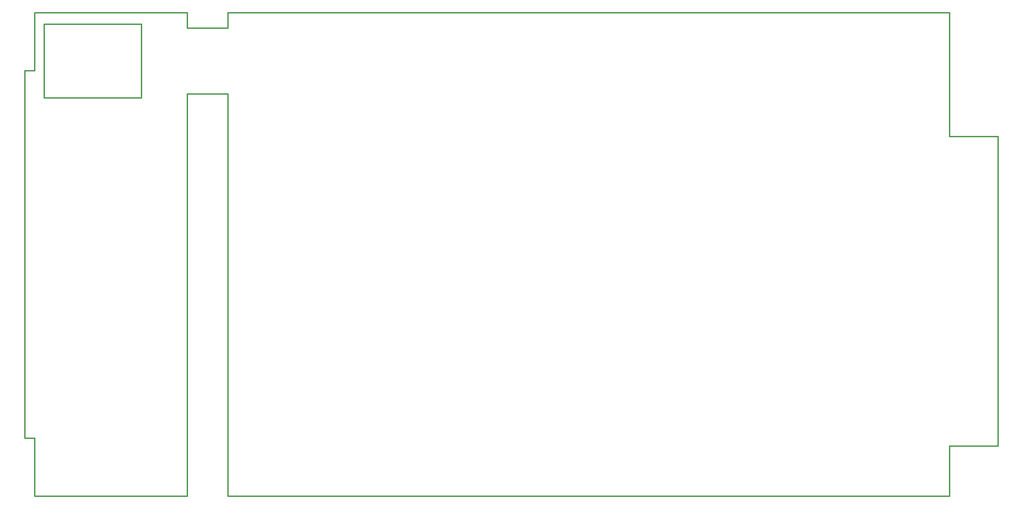
<source format=gko>
%FSLAX43Y43*%
%MOMM*%
G71*
G01*
G75*
G04 Layer_Color=16711935*
%ADD10C,0.300*%
%ADD11R,1.600X1.800*%
%ADD12R,1.800X1.600*%
%ADD13R,1.000X1.600*%
%ADD14R,5.500X5.400*%
%ADD15R,2.200X0.600*%
%ADD16R,2.200X0.600*%
%ADD17R,0.900X0.950*%
%ADD18R,0.900X0.950*%
%ADD19R,2.400X1.000*%
%ADD20R,2.400X3.300*%
%ADD21R,1.300X0.850*%
G04:AMPARAMS|DCode=22|XSize=1.5mm|YSize=0.25mm|CornerRadius=0mm|HoleSize=0mm|Usage=FLASHONLY|Rotation=315.000|XOffset=0mm|YOffset=0mm|HoleType=Round|Shape=Round|*
%AMOVALD22*
21,1,1.250,0.250,0.000,0.000,315.0*
1,1,0.250,-0.442,0.442*
1,1,0.250,0.442,-0.442*
%
%ADD22OVALD22*%

G04:AMPARAMS|DCode=23|XSize=1.5mm|YSize=0.25mm|CornerRadius=0mm|HoleSize=0mm|Usage=FLASHONLY|Rotation=315.000|XOffset=0mm|YOffset=0mm|HoleType=Round|Shape=Rectangle|*
%AMROTATEDRECTD23*
4,1,4,-0.619,0.442,-0.442,0.619,0.619,-0.442,0.442,-0.619,-0.619,0.442,0.0*
%
%ADD23ROTATEDRECTD23*%

G04:AMPARAMS|DCode=24|XSize=1.5mm|YSize=0.25mm|CornerRadius=0mm|HoleSize=0mm|Usage=FLASHONLY|Rotation=45.000|XOffset=0mm|YOffset=0mm|HoleType=Round|Shape=Round|*
%AMOVALD24*
21,1,1.250,0.250,0.000,0.000,45.0*
1,1,0.250,-0.442,-0.442*
1,1,0.250,0.442,0.442*
%
%ADD24OVALD24*%

%ADD25O,10.000X1.200*%
%ADD26R,0.550X1.450*%
%ADD27R,0.550X1.450*%
%ADD28R,1.550X0.600*%
%ADD29R,7.100X5.500*%
%ADD30R,1.600X1.000*%
%ADD31R,5.500X7.100*%
%ADD32R,1.550X0.600*%
%ADD33R,1.700X0.600*%
%ADD34R,1.700X0.600*%
%ADD35R,0.600X2.200*%
%ADD36R,0.600X2.200*%
%ADD37R,0.850X1.300*%
%ADD38R,4.000X3.000*%
G04:AMPARAMS|DCode=39|XSize=1.55mm|YSize=0.3mm|CornerRadius=0mm|HoleSize=0mm|Usage=FLASHONLY|Rotation=315.000|XOffset=0mm|YOffset=0mm|HoleType=Round|Shape=Rectangle|*
%AMROTATEDRECTD39*
4,1,4,-0.654,0.442,-0.442,0.654,0.654,-0.442,0.442,-0.654,-0.654,0.442,0.0*
%
%ADD39ROTATEDRECTD39*%

G04:AMPARAMS|DCode=40|XSize=1.55mm|YSize=0.3mm|CornerRadius=0mm|HoleSize=0mm|Usage=FLASHONLY|Rotation=45.000|XOffset=0mm|YOffset=0mm|HoleType=Round|Shape=Rectangle|*
%AMROTATEDRECTD40*
4,1,4,-0.442,-0.654,-0.654,-0.442,0.442,0.654,0.654,0.442,-0.442,-0.654,0.0*
%
%ADD40ROTATEDRECTD40*%

G04:AMPARAMS|DCode=41|XSize=1.55mm|YSize=0.3mm|CornerRadius=0mm|HoleSize=0mm|Usage=FLASHONLY|Rotation=315.000|XOffset=0mm|YOffset=0mm|HoleType=Round|Shape=Rectangle|*
%AMROTATEDRECTD41*
4,1,4,-0.654,0.442,-0.442,0.654,0.654,-0.442,0.442,-0.654,-0.654,0.442,0.0*
%
%ADD41ROTATEDRECTD41*%

%ADD42R,2.700X2.500*%
%ADD43R,1.450X0.550*%
%ADD44R,1.450X0.550*%
%ADD45R,1.500X1.500*%
%ADD46R,2.300X2.300*%
%ADD47R,2.400X3.300*%
%ADD48R,2.300X2.300*%
%ADD49C,2.000*%
%ADD50C,1.500*%
%ADD51C,0.600*%
%ADD52C,0.800*%
%ADD53C,1.000*%
%ADD54C,0.400*%
%ADD55C,0.500*%
%ADD56C,0.700*%
%ADD57C,0.250*%
%ADD58C,2.500*%
%ADD59C,2.000*%
G04:AMPARAMS|DCode=60|XSize=2.5mm|YSize=2.5mm|CornerRadius=0.625mm|HoleSize=0mm|Usage=FLASHONLY|Rotation=180.000|XOffset=0mm|YOffset=0mm|HoleType=Round|Shape=RoundedRectangle|*
%AMROUNDEDRECTD60*
21,1,2.500,1.250,0,0,180.0*
21,1,1.250,2.500,0,0,180.0*
1,1,1.250,-0.625,0.625*
1,1,1.250,0.625,0.625*
1,1,1.250,0.625,-0.625*
1,1,1.250,-0.625,-0.625*
%
%ADD60ROUNDEDRECTD60*%
%ADD61C,1.400*%
%ADD62R,1.400X1.400*%
%ADD63R,1.800X1.800*%
%ADD64C,1.800*%
%ADD65R,1.800X1.800*%
%ADD66C,2.600*%
%ADD67R,1.500X1.500*%
%ADD68C,1.500*%
%ADD69C,6.000*%
%ADD70C,4.000*%
%ADD71R,1.600X1.600*%
%ADD72C,1.600*%
%ADD73R,1.600X1.600*%
%ADD74C,5.000*%
%ADD75C,1.300*%
G04:AMPARAMS|DCode=76|XSize=4mm|YSize=3mm|CornerRadius=0.75mm|HoleSize=0mm|Usage=FLASHONLY|Rotation=180.000|XOffset=0mm|YOffset=0mm|HoleType=Round|Shape=RoundedRectangle|*
%AMROUNDEDRECTD76*
21,1,4.000,1.500,0,0,180.0*
21,1,2.500,3.000,0,0,180.0*
1,1,1.500,-1.250,0.750*
1,1,1.500,1.250,0.750*
1,1,1.500,1.250,-0.750*
1,1,1.500,-1.250,-0.750*
%
%ADD76ROUNDEDRECTD76*%
G04:AMPARAMS|DCode=77|XSize=8mm|YSize=7mm|CornerRadius=1.75mm|HoleSize=0mm|Usage=FLASHONLY|Rotation=180.000|XOffset=0mm|YOffset=0mm|HoleType=Round|Shape=RoundedRectangle|*
%AMROUNDEDRECTD77*
21,1,8.000,3.500,0,0,180.0*
21,1,4.500,7.000,0,0,180.0*
1,1,3.500,-2.250,1.750*
1,1,3.500,2.250,1.750*
1,1,3.500,2.250,-1.750*
1,1,3.500,-2.250,-1.750*
%
%ADD77ROUNDEDRECTD77*%
%ADD78R,2.000X2.000*%
%ADD79C,3.000*%
%ADD80C,1.000*%
%ADD81C,1.100*%
%ADD82R,1.803X2.003*%
%ADD83R,2.003X1.803*%
%ADD84R,1.203X1.803*%
%ADD85R,5.703X5.603*%
%ADD86R,2.403X0.803*%
%ADD87R,2.403X0.803*%
%ADD88R,1.103X1.153*%
%ADD89R,1.103X1.153*%
%ADD90R,2.603X1.203*%
%ADD91R,2.603X3.503*%
%ADD92R,1.503X1.053*%
G04:AMPARAMS|DCode=93|XSize=1.703mm|YSize=0.453mm|CornerRadius=0mm|HoleSize=0mm|Usage=FLASHONLY|Rotation=315.000|XOffset=0mm|YOffset=0mm|HoleType=Round|Shape=Round|*
%AMOVALD93*
21,1,1.250,0.453,0.000,0.000,315.0*
1,1,0.453,-0.442,0.442*
1,1,0.453,0.442,-0.442*
%
%ADD93OVALD93*%

G04:AMPARAMS|DCode=94|XSize=1.703mm|YSize=0.453mm|CornerRadius=0mm|HoleSize=0mm|Usage=FLASHONLY|Rotation=315.000|XOffset=0mm|YOffset=0mm|HoleType=Round|Shape=Rectangle|*
%AMROTATEDRECTD94*
4,1,4,-0.762,0.442,-0.442,0.762,0.762,-0.442,0.442,-0.762,-0.762,0.442,0.0*
%
%ADD94ROTATEDRECTD94*%

G04:AMPARAMS|DCode=95|XSize=1.703mm|YSize=0.453mm|CornerRadius=0mm|HoleSize=0mm|Usage=FLASHONLY|Rotation=45.000|XOffset=0mm|YOffset=0mm|HoleType=Round|Shape=Round|*
%AMOVALD95*
21,1,1.250,0.453,0.000,0.000,45.0*
1,1,0.453,-0.442,-0.442*
1,1,0.453,0.442,0.442*
%
%ADD95OVALD95*%

%ADD96O,10.203X1.403*%
%ADD97R,0.753X1.653*%
%ADD98R,0.753X1.653*%
%ADD99R,1.753X0.803*%
%ADD100R,7.303X5.703*%
%ADD101R,1.803X1.203*%
%ADD102R,5.703X7.303*%
%ADD103R,1.753X0.803*%
%ADD104R,1.903X0.803*%
%ADD105R,1.903X0.803*%
%ADD106R,0.803X2.403*%
%ADD107R,0.803X2.403*%
%ADD108R,1.053X1.503*%
%ADD109R,4.203X3.203*%
G04:AMPARAMS|DCode=110|XSize=1.753mm|YSize=0.503mm|CornerRadius=0mm|HoleSize=0mm|Usage=FLASHONLY|Rotation=315.000|XOffset=0mm|YOffset=0mm|HoleType=Round|Shape=Rectangle|*
%AMROTATEDRECTD110*
4,1,4,-0.798,0.442,-0.442,0.798,0.798,-0.442,0.442,-0.798,-0.798,0.442,0.0*
%
%ADD110ROTATEDRECTD110*%

G04:AMPARAMS|DCode=111|XSize=1.753mm|YSize=0.503mm|CornerRadius=0mm|HoleSize=0mm|Usage=FLASHONLY|Rotation=45.000|XOffset=0mm|YOffset=0mm|HoleType=Round|Shape=Rectangle|*
%AMROTATEDRECTD111*
4,1,4,-0.442,-0.798,-0.798,-0.442,0.442,0.798,0.798,0.442,-0.442,-0.798,0.0*
%
%ADD111ROTATEDRECTD111*%

G04:AMPARAMS|DCode=112|XSize=1.753mm|YSize=0.503mm|CornerRadius=0mm|HoleSize=0mm|Usage=FLASHONLY|Rotation=315.000|XOffset=0mm|YOffset=0mm|HoleType=Round|Shape=Rectangle|*
%AMROTATEDRECTD112*
4,1,4,-0.798,0.442,-0.442,0.798,0.798,-0.442,0.442,-0.798,-0.798,0.442,0.0*
%
%ADD112ROTATEDRECTD112*%

%ADD113R,2.903X2.703*%
%ADD114R,1.653X0.753*%
%ADD115R,1.653X0.753*%
%ADD116R,1.703X1.703*%
%ADD117R,2.503X2.503*%
%ADD118R,2.603X3.503*%
%ADD119R,2.503X2.503*%
%ADD120C,2.703*%
%ADD121C,2.203*%
G04:AMPARAMS|DCode=122|XSize=2.703mm|YSize=2.703mm|CornerRadius=0.727mm|HoleSize=0mm|Usage=FLASHONLY|Rotation=180.000|XOffset=0mm|YOffset=0mm|HoleType=Round|Shape=RoundedRectangle|*
%AMROUNDEDRECTD122*
21,1,2.703,1.250,0,0,180.0*
21,1,1.250,2.703,0,0,180.0*
1,1,1.453,-0.625,0.625*
1,1,1.453,0.625,0.625*
1,1,1.453,0.625,-0.625*
1,1,1.453,-0.625,-0.625*
%
%ADD122ROUNDEDRECTD122*%
%ADD123C,1.603*%
%ADD124R,1.603X1.603*%
%ADD125R,2.003X2.003*%
%ADD126C,2.003*%
%ADD127R,2.003X2.003*%
%ADD128C,2.803*%
%ADD129R,1.703X1.703*%
%ADD130C,1.703*%
%ADD131C,6.203*%
%ADD132C,4.203*%
%ADD133R,1.803X1.803*%
%ADD134C,1.803*%
%ADD135R,1.803X1.803*%
%ADD136C,5.203*%
%ADD137C,1.503*%
G04:AMPARAMS|DCode=138|XSize=4.203mm|YSize=3.203mm|CornerRadius=0.852mm|HoleSize=0mm|Usage=FLASHONLY|Rotation=180.000|XOffset=0mm|YOffset=0mm|HoleType=Round|Shape=RoundedRectangle|*
%AMROUNDEDRECTD138*
21,1,4.203,1.500,0,0,180.0*
21,1,2.500,3.203,0,0,180.0*
1,1,1.703,-1.250,0.750*
1,1,1.703,1.250,0.750*
1,1,1.703,1.250,-0.750*
1,1,1.703,-1.250,-0.750*
%
%ADD138ROUNDEDRECTD138*%
G04:AMPARAMS|DCode=139|XSize=8.203mm|YSize=7.203mm|CornerRadius=1.852mm|HoleSize=0mm|Usage=FLASHONLY|Rotation=180.000|XOffset=0mm|YOffset=0mm|HoleType=Round|Shape=RoundedRectangle|*
%AMROUNDEDRECTD139*
21,1,8.203,3.500,0,0,180.0*
21,1,4.500,7.203,0,0,180.0*
1,1,3.703,-2.250,1.750*
1,1,3.703,2.250,1.750*
1,1,3.703,2.250,-1.750*
1,1,3.703,-2.250,-1.750*
%
%ADD139ROUNDEDRECTD139*%
%ADD140R,2.203X2.203*%
%ADD141C,3.203*%
%ADD142C,1.203*%
%ADD143C,1.303*%
D10*
X-8950Y0D02*
X30500D01*
Y104000D01*
X-8950Y125000D02*
X30500D01*
X-8950Y110000D02*
Y125000D01*
X-11500Y110000D02*
X-8950D01*
X-11500Y15000D02*
Y110000D01*
Y15000D02*
X-8950D01*
Y0D02*
Y15000D01*
X227550Y93000D02*
X239950D01*
X227500D02*
Y125000D01*
Y13000D02*
X239950D01*
X227500Y0D02*
Y13000D01*
X41000Y0D02*
X227500D01*
X41000Y125000D02*
X227400D01*
X240000Y13000D02*
Y93000D01*
X18600Y103000D02*
Y122000D01*
X-6500Y103000D02*
Y122000D01*
Y103000D02*
X18600D01*
X-6500Y122000D02*
X18600D01*
X41000Y121000D02*
Y125000D01*
X30500Y121000D02*
X41000D01*
X30500D02*
Y125000D01*
Y104000D02*
X41000D01*
Y0D02*
Y104000D01*
M02*

</source>
